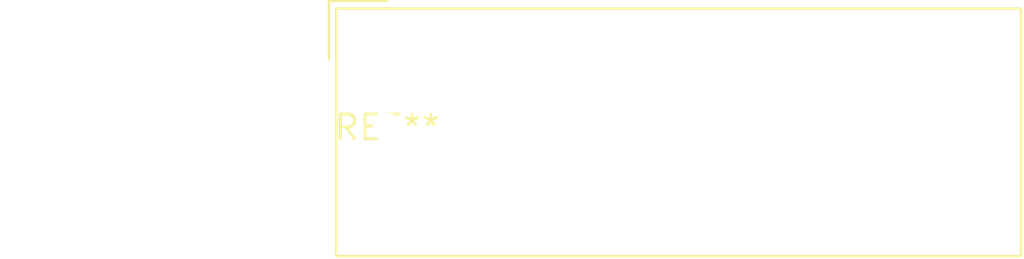
<source format=kicad_pcb>
(kicad_pcb (version 20240108) (generator pcbnew)
  (layers (0 "F.Cu" signal) (31 "B.Cu" signal) (34 "B.Paste" user) (35 "F.Paste" user) (36 "B.SilkS" user "B.Silkscreen") (37 "F.SilkS" user "F.Silkscreen") (38 "B.Mask" user) (39 "F.Mask" user) (44 "Edge.Cuts" user))
  (net 0 "")
  (footprint "Altech_AK300_1x07_P5.00mm_45-Degree" (layer "F.Cu") (at 0 0)
    (property "Reference" "REF**")
    (property "Value" "Altech_AK300_1x07_P5.00mm_45-Degree")
    (fp_line (start -3 -6.5) (end 0 -6.5) (layer "F.SilkS") (stroke (width 0.12)))
    (fp_line (start -3 -3.5) (end -3 -6.5) (layer "F.SilkS") (stroke (width 0.12)))
    (fp_line (start -2.62 -6.12) (end -2.62 6.62) (layer "F.SilkS") (stroke (width 0.12)))
    (fp_line (start -2.62 -6.12) (end -2.62 6.62) (layer "F.SilkS") (stroke (width 0.12)))
    (fp_line (start -2.62 -6.12) (end 32.62 -6.12) (layer "F.SilkS") (stroke (width 0.12)))
    (fp_line (start -2.62 -6.12) (end 32.62 -6.12) (layer "F.SilkS") (stroke (width 0.12)))
    (fp_line (start -2.62 6.62) (end 32.62 6.62) (layer "F.SilkS") (stroke (width 0.12)))
    (fp_line (start -2.62 6.62) (end 32.62 6.62) (layer "F.SilkS") (stroke (width 0.12)))
    (fp_line (start 32.62 -6.12) (end 32.62 6.62) (layer "F.SilkS") (stroke (width 0.12)))
    (fp_line (start 32.62 -6.12) (end 32.62 6.62) (layer "F.SilkS") (stroke (width 0.12)))
    (pad "1" thru_hole rect (at 0 0) (size 3 3) (drill 1.5) (layers *.Cu *.Mask) (remove_unused_layers))
    (pad "2" thru_hole circle (at 5 0) (size 3 3) (drill 1.5) (layers *.Cu *.Mask) (remove_unused_layers))
    (pad "3" thru_hole circle (at 10 0) (size 3 3) (drill 1.5) (layers *.Cu *.Mask) (remove_unused_layers))
    (pad "4" thru_hole circle (at 15 0) (size 3 3) (drill 1.5) (layers *.Cu *.Mask) (remove_unused_layers))
    (pad "5" thru_hole circle (at 20 0) (size 3 3) (drill 1.5) (layers *.Cu *.Mask) (remove_unused_layers))
    (pad "6" thru_hole circle (at 25 0) (size 3 3) (drill 1.5) (layers *.Cu *.Mask) (remove_unused_layers))
    (pad "7" thru_hole circle (at 30 0) (size 3 3) (drill 1.5) (layers *.Cu *.Mask) (remove_unused_layers))
  )
)
</source>
